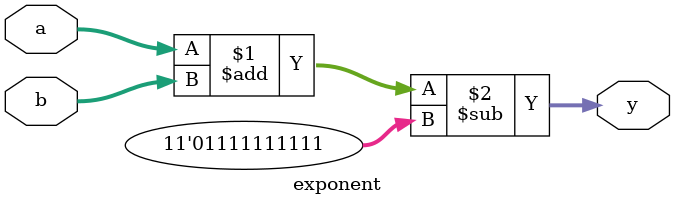
<source format=v>
`timescale 1ns / 1ps


module exponent(y,a,b);
input [10:0] a,b;
output [10:0] y;
assign y = a+b-(11'd1023);
endmodule

</source>
